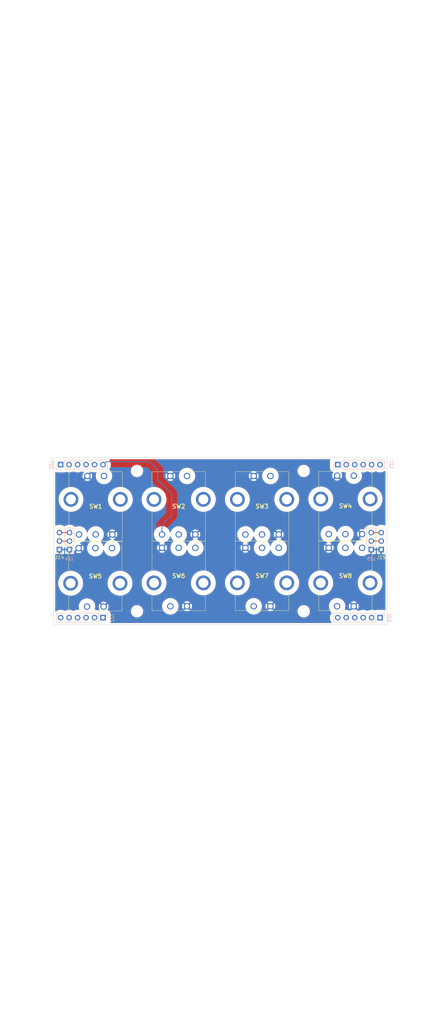
<source format=kicad_pcb>
(kicad_pcb (version 20221018) (generator pcbnew)
  (layers (0 "F.Cu" signal) (31 "B.Cu" signal) (34 "B.Paste" user) (35 "F.Paste" user) (36 "B.SilkS" user "B.Silkscreen") (37 "F.SilkS" user "F.Silkscreen") (38 "B.Mask" user) (39 "F.Mask" user) (44 "Edge.Cuts" user))
  (net 0 "")
  (net 1 "SW1")
  (net 2 "ENC1A")
  (net 3 "ENC1B")
  (net 4 "SW2")
  (net 5 "ENC2A")
  (net 6 "ENC2B")
  (net 7 "SW3")
  (net 8 "ENC3A")
  (net 9 "ENC3B")
  (net 10 "SW4")
  (net 11 "ENC4A")
  (net 12 "ENC4B")
  (net 13 "GND1")
  (net 14 "Net-(J15-Pin_2)")
  (net 15 "Net-(J15-Pin_3)")
  (net 16 "SW5")
  (net 17 "ENC5A")
  (net 18 "ENC5B")
  (net 19 "SW6")
  (net 20 "ENC6A")
  (net 21 "ENC6B")
  (net 22 "SW7")
  (net 23 "ENC7A")
  (net 24 "ENC7B")
  (net 25 "SW8")
  (net 26 "Net-(J14-Pin_2)")
  (net 27 "Net-(J14-Pin_3)")
  (net 28 "ENC8B")
  (net 29 "ENC8A")
  (footprint "MountingHole:MountingHole_3.2mm_M3" (layer "F.Cu") (at 175 184)
    (fp_text reference "H15" hide)
    (fp_text value "MountingHole" hide)
    (pad "" np_thru_hole circle (at 0 0) (size 3.2 3.2) (drill 3.2) (layers "*.Cu" "*.Mask"))
  )
  (footprint "MountingHole:MountingHole_3.2mm_M3" (layer "F.Cu") (at 175 226)
    (fp_text reference "H19" hide)
    (fp_text value "MountingHole" hide)
    (pad "" np_thru_hole circle (at 0 0) (size 3.2 3.2) (drill 3.2) (layers "*.Cu" "*.Mask"))
  )
  (footprint "ksir 2022:PEC164120FS0012" (layer "F.Cu") (at 192.5 207 180)
    (fp_text reference "SW8" (at 5 -8.4) (layer "F.SilkS") (effects (font (size 1.27 1.27) (thickness 0.254))))
    (fp_text value "PEC16-4XXXF-SXXXX" hide)
    (fp_line (start -3 -18.8) (end -3 -13.5) (stroke (width 0.1)) (layer "F.SilkS"))
    (fp_line (start -3 -7.5) (end -3 2) (stroke (width 0.1)) (layer "F.SilkS"))
    (fp_line (start -3 2) (end 13 2) (stroke (width 0.1)) (layer "F.SilkS"))
    (fp_line (start 0 2.4) (end 0 2.4) (stroke (width 0.1)) (layer "F.SilkS"))
    (fp_line (start 0 2.5) (end 0 2.5) (stroke (width 0.1)) (layer "F.SilkS"))
    (fp_line (start 13 -18.8) (end -3 -18.8) (stroke (width 0.1)) (layer "F.SilkS"))
    (fp_line (start 13 -13.5) (end 13 -18.8) (stroke (width 0.1)) (layer "F.SilkS"))
    (fp_line (start 13 2) (end 13 -7.5) (stroke (width 0.1)) (layer "F.SilkS"))
    (fp_arc (start 0 2.4) (mid 0.05 2.45) (end 0 2.5) (stroke (width 0.1)) (layer "F.SilkS"))
    (fp_arc (start 0 2.5) (mid -0.05 2.45) (end 0 2.4) (stroke (width 0.1)) (layer "F.SilkS"))
    (pad "A" thru_hole circle (at 0 0 180) (size 1.95 1.95) (drill 1.3) (layers "*.Cu" "*.Mask") (net 29 "ENC8A"))
    (pad "B" thru_hole circle (at 5 0 180) (size 1.95 1.95) (drill 1.3) (layers "*.Cu" "*.Mask") (net 28 "ENC8B"))
    (pad "C" thru_hole circle (at 10 0 180) (size 1.95 1.95) (drill 1.3) (layers "*.Cu" "*.Mask") (net 13 "GND1"))
    (pad "MH1" thru_hole circle (at -2.4 -10.5 180) (size 4.46 4.46) (drill 2.9732) (layers "*.Cu" "*.Mask"))
    (pad "MH2" thru_hole circle (at 12.4 -10.5 180) (size 4.46 4.46) (drill 2.9732) (layers "*.Cu" "*.Mask"))
    (pad "S1" thru_hole circle (at 2.5 -17.5 180) (size 1.95 1.95) (drill 1.3) (layers "*.Cu" "*.Mask") (net 13 "GND1"))
    (pad "S2" thru_hole circle (at 7.5 -17.5 180) (size 1.95 1.95) (drill 1.3) (layers "*.Cu" "*.Mask") (net 25 "SW8"))
  )
  (footprint "ksir 2022:PEC164120FS0012" (layer "F.Cu") (at 107.6 203)
    (fp_text reference "SW1" (at 5 -8.4) (layer "F.SilkS") (effects (font (size 1.27 1.27) (thickness 0.254))))
    (fp_text value "PEC16-4XXXF-SXXXX" hide)
    (fp_line (start -3 -18.8) (end -3 -13.5) (stroke (width 0.1)) (layer "F.SilkS"))
    (fp_line (start -3 -7.5) (end -3 2) (stroke (width 0.1)) (layer "F.SilkS"))
    (fp_line (start -3 2) (end 13 2) (stroke (width 0.1)) (layer "F.SilkS"))
    (fp_line (start 0 2.4) (end 0 2.4) (stroke (width 0.1)) (layer "F.SilkS"))
    (fp_line (start 0 2.5) (end 0 2.5) (stroke (width 0.1)) (layer "F.SilkS"))
    (fp_line (start 13 -18.8) (end -3 -18.8) (stroke (width 0.1)) (layer "F.SilkS"))
    (fp_line (start 13 -13.5) (end 13 -18.8) (stroke (width 0.1)) (layer "F.SilkS"))
    (fp_line (start 13 2) (end 13 -7.5) (stroke (width 0.1)) (layer "F.SilkS"))
    (fp_arc (start 0 2.4) (mid 0.05 2.45) (end 0 2.5) (stroke (width 0.1)) (layer "F.SilkS"))
    (fp_arc (start 0 2.5) (mid -0.05 2.45) (end 0 2.4) (stroke (width 0.1)) (layer "F.SilkS"))
    (pad "A" thru_hole circle (at 0 0) (size 1.95 1.95) (drill 1.3) (layers "*.Cu" "*.Mask") (net 2 "ENC1A"))
    (pad "B" thru_hole circle (at 5 0) (size 1.95 1.95) (drill 1.3) (layers "*.Cu" "*.Mask") (net 3 "ENC1B"))
    (pad "C" thru_hole circle (at 10 0) (size 1.95 1.95) (drill 1.3) (layers "*.Cu" "*.Mask") (net 13 "GND1"))
    (pad "MH1" thru_hole circle (at -2.4 -10.5) (size 4.46 4.46) (drill 2.9732) (layers "*.Cu" "*.Mask"))
    (pad "MH2" thru_hole circle (at 12.4 -10.5) (size 4.46 4.46) (drill 2.9732) (layers "*.Cu" "*.Mask"))
    (pad "S1" thru_hole circle (at 2.5 -17.5) (size 1.95 1.95) (drill 1.3) (layers "*.Cu" "*.Mask") (net 13 "GND1"))
    (pad "S2" thru_hole circle (at 7.5 -17.5) (size 1.95 1.95) (drill 1.3) (layers "*.Cu" "*.Mask") (net 1 "SW1"))
  )
  (footprint "MountingHole:MountingHole_3.2mm_M3" (layer "F.Cu") (at 125 184)
    (fp_text reference "H13" hide)
    (fp_text value "MountingHole" hide)
    (pad "" np_thru_hole circle (at 0 0) (size 3.2 3.2) (drill 3.2) (layers "*.Cu" "*.Mask"))
  )
  (footprint "ksir 2022:PEC164120FS0012" (layer "F.Cu") (at 182.5 202.9)
    (fp_text reference "SW4" (at 5 -8.4) (layer "F.SilkS") (effects (font (size 1.27 1.27) (thickness 0.254))))
    (fp_text value "PEC16-4XXXF-SXXXX" hide)
    (fp_line (start -3 -18.8) (end -3 -13.5) (stroke (width 0.1)) (layer "F.SilkS"))
    (fp_line (start -3 -7.5) (end -3 2) (stroke (width 0.1)) (layer "F.SilkS"))
    (fp_line (start -3 2) (end 13 2) (stroke (width 0.1)) (layer "F.SilkS"))
    (fp_line (start 0 2.4) (end 0 2.4) (stroke (width 0.1)) (layer "F.SilkS"))
    (fp_line (start 0 2.5) (end 0 2.5) (stroke (width 0.1)) (layer "F.SilkS"))
    (fp_line (start 13 -18.8) (end -3 -18.8) (stroke (width 0.1)) (layer "F.SilkS"))
    (fp_line (start 13 -13.5) (end 13 -18.8) (stroke (width 0.1)) (layer "F.SilkS"))
    (fp_line (start 13 2) (end 13 -7.5) (stroke (width 0.1)) (layer "F.SilkS"))
    (fp_arc (start 0 2.4) (mid 0.05 2.45) (end 0 2.5) (stroke (width 0.1)) (layer "F.SilkS"))
    (fp_arc (start 0 2.5) (mid -0.05 2.45) (end 0 2.4) (stroke (width 0.1)) (layer "F.SilkS"))
    (pad "A" thru_hole circle (at 0 0) (size 1.95 1.95) (drill 1.3) (layers "*.Cu" "*.Mask") (net 11 "ENC4A"))
    (pad "B" thru_hole circle (at 5 0) (size 1.95 1.95) (drill 1.3) (layers "*.Cu" "*.Mask") (net 12 "ENC4B"))
    (pad "C" thru_hole circle (at 10 0) (size 1.95 1.95) (drill 1.3) (layers "*.Cu" "*.Mask") (net 13 "GND1"))
    (pad "MH1" thru_hole circle (at -2.4 -10.5) (size 4.46 4.46) (drill 2.9732) (layers "*.Cu" "*.Mask"))
    (pad "MH2" thru_hole circle (at 12.4 -10.5) (size 4.46 4.46) (drill 2.9732) (layers "*.Cu" "*.Mask"))
    (pad "S1" thru_hole circle (at 2.5 -17.5) (size 1.95 1.95) (drill 1.3) (layers "*.Cu" "*.Mask") (net 13 "GND1"))
    (pad "S2" thru_hole circle (at 7.5 -17.5) (size 1.95 1.95) (drill 1.3) (layers "*.Cu" "*.Mask") (net 10 "SW4"))
  )
  (footprint "ksir 2022:PEC164120FS0012" (layer "F.Cu") (at 117.5 207.1 180)
    (fp_text reference "SW5" (at 5 -8.4) (layer "F.SilkS") (effects (font (size 1.27 1.27) (thickness 0.254))))
    (fp_text value "PEC16-4XXXF-SXXXX" hide)
    (fp_line (start -3 -18.8) (end -3 -13.5) (stroke (width 0.1)) (layer "F.SilkS"))
    (fp_line (start -3 -7.5) (end -3 2) (stroke (width 0.1)) (layer "F.SilkS"))
    (fp_line (start -3 2) (end 13 2) (stroke (width 0.1)) (layer "F.SilkS"))
    (fp_line (start 0 2.4) (end 0 2.4) (stroke (width 0.1)) (layer "F.SilkS"))
    (fp_line (start 0 2.5) (end 0 2.5) (stroke (width 0.1)) (layer "F.SilkS"))
    (fp_line (start 13 -18.8) (end -3 -18.8) (stroke (width 0.1)) (layer "F.SilkS"))
    (fp_line (start 13 -13.5) (end 13 -18.8) (stroke (width 0.1)) (layer "F.SilkS"))
    (fp_line (start 13 2) (end 13 -7.5) (stroke (width 0.1)) (layer "F.SilkS"))
    (fp_arc (start 0 2.4) (mid 0.05 2.45) (end 0 2.5) (stroke (width 0.1)) (layer "F.SilkS"))
    (fp_arc (start 0 2.5) (mid -0.05 2.45) (end 0 2.4) (stroke (width 0.1)) (layer "F.SilkS"))
    (pad "A" thru_hole circle (at 0 0 180) (size 1.95 1.95) (drill 1.3) (layers "*.Cu" "*.Mask") (net 17 "ENC5A"))
    (pad "B" thru_hole circle (at 5 0 180) (size 1.95 1.95) (drill 1.3) (layers "*.Cu" "*.Mask") (net 18 "ENC5B"))
    (pad "C" thru_hole circle (at 10 0 180) (size 1.95 1.95) (drill 1.3) (layers "*.Cu" "*.Mask") (net 13 "GND1"))
    (pad "MH1" thru_hole circle (at -2.4 -10.5 180) (size 4.46 4.46) (drill 2.9732) (layers "*.Cu" "*.Mask"))
    (pad "MH2" thru_hole circle (at 12.4 -10.5 180) (size 4.46 4.46) (drill 2.9732) (layers "*.Cu" "*.Mask"))
    (pad "S1" thru_hole circle (at 2.5 -17.5 180) (size 1.95 1.95) (drill 1.3) (layers "*.Cu" "*.Mask") (net 13 "GND1"))
    (pad "S2" thru_hole circle (at 7.5 -17.5 180) (size 1.95 1.95) (drill 1.3) (layers "*.Cu" "*.Mask") (net 16 "SW5"))
  )
  (footprint "ksir 2022:PEC164120FS0012" (layer "F.Cu") (at 132.5 203)
    (fp_text reference "SW2" (at 5 -8.4) (layer "F.SilkS") (effects (font (size 1.27 1.27) (thickness 0.254))))
    (fp_text value "PEC16-4XXXF-SXXXX" hide)
    (fp_line (start -3 -18.8) (end -3 -13.5) (stroke (width 0.1)) (layer "F.SilkS"))
    (fp_line (start -3 -7.5) (end -3 2) (stroke (width 0.1)) (layer "F.SilkS"))
    (fp_line (start -3 2) (end 13 2) (stroke (width 0.1)) (layer "F.SilkS"))
    (fp_line (start 0 2.4) (end 0 2.4) (stroke (width 0.1)) (layer "F.SilkS"))
    (fp_line (start 0 2.5) (end 0 2.5) (stroke (width 0.1)) (layer "F.SilkS"))
    (fp_line (start 13 -18.8) (end -3 -18.8) (stroke (width 0.1)) (layer "F.SilkS"))
    (fp_line (start 13 -13.5) (end 13 -18.8) (stroke (width 0.1)) (layer "F.SilkS"))
    (fp_line (start 13 2) (end 13 -7.5) (stroke (width 0.1)) (layer "F.SilkS"))
    (fp_arc (start 0 2.4) (mid 0.05 2.45) (end 0 2.5) (stroke (width 0.1)) (layer "F.SilkS"))
    (fp_arc (start 0 2.5) (mid -0.05 2.45) (end 0 2.4) (stroke (width 0.1)) (layer "F.SilkS"))
    (pad "A" thru_hole circle (at 0 0) (size 1.95 1.95) (drill 1.3) (layers "*.Cu" "*.Mask") (net 5 "ENC2A"))
    (pad "B" thru_hole circle (at 5 0) (size 1.95 1.95) (drill 1.3) (layers "*.Cu" "*.Mask") (net 6 "ENC2B"))
    (pad "C" thru_hole circle (at 10 0) (size 1.95 1.95) (drill 1.3) (layers "*.Cu" "*.Mask") (net 13 "GND1"))
    (pad "MH1" thru_hole circle (at -2.4 -10.5) (size 4.46 4.46) (drill 2.9732) (layers "*.Cu" "*.Mask"))
    (pad "MH2" thru_hole circle (at 12.4 -10.5) (size 4.46 4.46) (drill 2.9732) (layers "*.Cu" "*.Mask"))
    (pad "S1" thru_hole circle (at 2.5 -17.5) (size 1.95 1.95) (drill 1.3) (layers "*.Cu" "*.Mask") (net 13 "GND1"))
    (pad "S2" thru_hole circle (at 7.5 -17.5) (size 1.95 1.95) (drill 1.3) (layers "*.Cu" "*.Mask") (net 4 "SW2"))
  )
  (footprint "ksir 2022:PEC164120FS0012" (layer "F.Cu") (at 157.5 203)
    (fp_text reference "SW3" (at 5 -8.4) (layer "F.SilkS") (effects (font (size 1.27 1.27) (thickness 0.254))))
    (fp_text value "PEC16-4XXXF-SXXXX" hide)
    (fp_line (start -3 -18.8) (end -3 -13.5) (stroke (width 0.1)) (layer "F.SilkS"))
    (fp_line (start -3 -7.5) (end -3 2) (stroke (width 0.1)) (layer "F.SilkS"))
    (fp_line (start -3 2) (end 13 2) (stroke (width 0.1)) (layer "F.SilkS"))
    (fp_line (start 0 2.4) (end 0 2.4) (stroke (width 0.1)) (layer "F.SilkS"))
    (fp_line (start 0 2.5) (end 0 2.5) (stroke (width 0.1)) (layer "F.SilkS"))
    (fp_line (start 13 -18.8) (end -3 -18.8) (stroke (width 0.1)) (layer "F.SilkS"))
    (fp_line (start 13 -13.5) (end 13 -18.8) (stroke (width 0.1)) (layer "F.SilkS"))
    (fp_line (start 13 2) (end 13 -7.5) (stroke (width 0.1)) (layer "F.SilkS"))
    (fp_arc (start 0 2.4) (mid 0.05 2.45) (end 0 2.5) (stroke (width 0.1)) (layer "F.SilkS"))
    (fp_arc (start 0 2.5) (mid -0.05 2.45) (end 0 2.4) (stroke (width 0.1)) (layer "F.SilkS"))
    (pad "A" thru_hole circle (at 0 0) (size 1.95 1.95) (drill 1.3) (layers "*.Cu" "*.Mask") (net 8 "ENC3A"))
    (pad "B" thru_hole circle (at 5 0) (size 1.95 1.95) (drill 1.3) (layers "*.Cu" "*.Mask") (net 9 "ENC3B"))
    (pad "C" thru_hole circle (at 10 0) (size 1.95 1.95) (drill 1.3) (layers "*.Cu" "*.Mask") (net 13 "GND1"))
    (pad "MH1" thru_hole circle (at -2.4 -10.5) (size 4.46 4.46) (drill 2.9732) (layers "*.Cu" "*.Mask"))
    (pad "MH2" thru_hole circle (at 12.4 -10.5) (size 4.46 4.46) (drill 2.9732) (layers "*.Cu" "*.Mask"))
    (pad "S1" thru_hole circle (at 2.5 -17.5) (size 1.95 1.95) (drill 1.3) (layers "*.Cu" "*.Mask") (net 13 "GND1"))
    (pad "S2" thru_hole circle (at 7.5 -17.5) (size 1.95 1.95) (drill 1.3) (layers "*.Cu" "*.Mask") (net 7 "SW3"))
  )
  (footprint "Connector_PinHeader_2.54mm:PinHeader_1x03_P2.54mm_Vertical" (layer "F.Cu") (at 101.75 207.525 180)
    (fp_text reference "J14" (at 0 -2.33) (layer "F.SilkS"))
    (fp_text value "Conn_01x06_Pin")
    (fp_line (start -1.33 -1.33) (end 0 -1.33) (stroke (width 0.12)) (layer "F.SilkS"))
    (fp_line (start -1.33 0) (end -1.33 -1.33) (stroke (width 0.12)) (layer "F.SilkS"))
    (fp_line (start -1.33 1.27) (end -1.33 6.41) (stroke (width 0.12)) (layer "F.SilkS"))
    (fp_line (start -1.33 1.27) (end 1.33 1.27) (stroke (width 0.12)) (layer "F.SilkS"))
    (fp_line (start -1.33 6.41) (end 1.33 6.41) (stroke (width 0.12)) (layer "F.SilkS"))
    (fp_line (start 1.33 1.27) (end 1.33 6.41) (stroke (width 0.12)) (layer "F.SilkS"))
    (pad "1" thru_hole rect (at 0 0 180) (size 1.7 1.7) (drill 1) (layers "*.Cu" "*.Mask") (net 13 "GND1"))
    (pad "2" thru_hole oval (at 0 2.54 180) (size 1.7 1.7) (drill 1) (layers "*.Cu" "*.Mask") (net 26 "Net-(J14-Pin_2)"))
    (pad "3" thru_hole oval (at 0 5.08 180) (size 1.7 1.7) (drill 1) (layers "*.Cu" "*.Mask") (net 27 "Net-(J14-Pin_3)"))
  )
  (footprint "Connector_PinHeader_2.54mm:PinHeader_1x03_P2.54mm_Vertical" (layer "F.Cu") (at 198.25 207.525 180)
    (fp_text reference "J15" (at 0 -2.33) (layer "F.SilkS"))
    (fp_text value "Conn_01x06_Pin")
    (fp_line (start -1.33 -1.33) (end 0 -1.33) (stroke (width 0.12)) (layer "F.SilkS"))
    (fp_line (start -1.33 0) (end -1.33 -1.33) (stroke (width 0.12)) (layer "F.SilkS"))
    (fp_line (start -1.33 1.27) (end -1.33 6.41) (stroke (width 0.12)) (layer "F.SilkS"))
    (fp_line (start -1.33 1.27) (end 1.33 1.27) (stroke (width 0.12)) (layer "F.SilkS"))
    (fp_line (start -1.33 6.41) (end 1.33 6.41) (stroke (width 0.12)) (layer "F.SilkS"))
    (fp_line (start 1.33 1.27) (end 1.33 6.41) (stroke (width 0.12)) (layer "F.SilkS"))
    (pad "1" thru_hole rect (at 0 0 180) (size 1.7 1.7) (drill 1) (layers "*.Cu" "*.Mask") (net 13 "GND1"))
    (pad "2" thru_hole oval (at 0 2.54 180) (size 1.7 1.7) (drill 1) (layers "*.Cu" "*.Mask") (net 14 "Net-(J15-Pin_2)"))
    (pad "3" thru_hole oval (at 0 5.08 180) (size 1.7 1.7) (drill 1) (layers "*.Cu" "*.Mask") (net 15 "Net-(J15-Pin_3)"))
  )
  (footprint "ksir 2022:PEC164120FS0012" (layer "F.Cu") (at 142.5 207 180)
    (fp_text reference "SW6" (at 5 -8.4) (layer "F.SilkS") (effects (font (size 1.27 1.27) (thickness 0.254))))
    (fp_text value "PEC16-4XXXF-SXXXX" hide)
    (fp_line (start -3 -18.8) (end -3 -13.5) (stroke (width 0.1)) (layer "F.SilkS"))
    (fp_line (start -3 -7.5) (end -3 2) (stroke (width 0.1)) (layer "F.SilkS"))
    (fp_line (start -3 2) (end 13 2) (stroke (width 0.1)) (layer "F.SilkS"))
    (fp_line (start 0 2.4) (end 0 2.4) (stroke (width 0.1)) (layer "F.SilkS"))
    (fp_line (start 0 2.5) (end 0 2.5) (stroke (width 0.1)) (layer "F.SilkS"))
    (fp_line (start 13 -18.8) (end -3 -18.8) (stroke (width 0.1)) (layer "F.SilkS"))
    (fp_line (start 13 -13.5) (end 13 -18.8) (stroke (width 0.1)) (layer "F.SilkS"))
    (fp_line (start 13 2) (end 13 -7.5) (stroke (width 0.1)) (layer "F.SilkS"))
    (fp_arc (start 0 2.4) (mid 0.05 2.45) (end 0 2.5) (stroke (width 0.1)) (layer "F.SilkS"))
    (fp_arc (start 0 2.5) (mid -0.05 2.45) (end 0 2.4) (stroke (width 0.1)) (layer "F.SilkS"))
    (pad "A" thru_hole circle (at 0 0 180) (size 1.95 1.95) (drill 1.3) (layers "*.Cu" "*.Mask") (net 20 "ENC6A"))
    (pad "B" thru_hole circle (at 5 0 180) (size 1.95 1.95) (drill 1.3) (layers "*.Cu" "*.Mask") (net 21 "ENC6B"))
    (pad "C" thru_hole circle (at 10 0 180) (size 1.95 1.95) (drill 1.3) (layers "*.Cu" "*.Mask") (net 13 "GND1"))
    (pad "MH1" thru_hole circle (at -2.4 -10.5 180) (size 4.46 4.46) (drill 2.9732) (layers "*.Cu" "*.Mask"))
    (pad "MH2" thru_hole circle (at 12.4 -10.5 180) (size 4.46 4.46) (drill 2.9732) (layers "*.Cu" "*.Mask"))
    (pad "S1" thru_hole circle (at 2.5 -17.5 180) (size 1.95 1.95) (drill 1.3) (layers "*.Cu" "*.Mask") (net 13 "GND1"))
    (pad "S2" thru_hole circle (at 7.5 -17.5 180) (size 1.95 1.95) (drill 1.3) (layers "*.Cu" "*.Mask") (net 19 "SW6"))
  )
  (footprint "ksir 2022:PEC164120FS0012" (layer "F.Cu") (at 167.5 207 180)
    (fp_text reference "SW7" (at 5 -8.4) (layer "F.SilkS") (effects (font (size 1.27 1.27) (thickness 0.254))))
    (fp_text value "PEC16-4XXXF-SXXXX" hide)
    (fp_line (start -3 -18.8) (end -3 -13.5) (stroke (width 0.1)) (layer "F.SilkS"))
    (fp_line (start -3 -7.5) (end -3 2) (stroke (width 0.1)) (layer "F.SilkS"))
    (fp_line (start -3 2) (end 13 2) (stroke (width 0.1)) (layer "F.SilkS"))
    (fp_line (start 0 2.4) (end 0 2.4) (stroke (width 0.1)) (layer "F.SilkS"))
    (fp_line (start 0 2.5) (end 0 2.5) (stroke (width 0.1)) (layer "F.SilkS"))
    (fp_line (start 13 -18.8) (end -3 -18.8) (stroke (width 0.1)) (layer "F.SilkS"))
    (fp_line (start 13 -13.5) (end 13 -18.8) (stroke (width 0.1)) (layer "F.SilkS"))
    (fp_line (start 13 2) (end 13 -7.5) (stroke (width 0.1)) (layer "F.SilkS"))
    (fp_arc (start 0 2.4) (mid 0.05 2.45) (end 0 2.5) (stroke (width 0.1)) (layer "F.SilkS"))
    (fp_arc (start 0 2.5) (mid -0.05 2.45) (end 0 2.4) (stroke (width 0.1)) (layer "F.SilkS"))
    (pad "A" thru_hole circle (at 0 0 180) (size 1.95 1.95) (drill 1.3) (layers "*.Cu" "*.Mask") (net 23 "ENC7A"))
    (pad "B" thru_hole circle (at 5 0 180) (size 1.95 1.95) (drill 1.3) (layers "*.Cu" "*.Mask") (net 24 "ENC7B"))
    (pad "C" thru_hole circle (at 10 0 180) (size 1.95 1.95) (drill 1.3) (layers "*.Cu" "*.Mask") (net 13 "GND1"))
    (pad "MH1" thru_hole circle (at -2.4 -10.5 180) (size 4.46 4.46) (drill 2.9732) (layers "*.Cu" "*.Mask"))
    (pad "MH2" thru_hole circle (at 12.4 -10.5 180) (size 4.46 4.46) (drill 2.9732) (layers "*.Cu" "*.Mask"))
    (pad "S1" thru_hole circle (at 2.5 -17.5 180) (size 1.95 1.95) (drill 1.3) (layers "*.Cu" "*.Mask") (net 13 "GND1"))
    (pad "S2" thru_hole circle (at 7.5 -17.5 180) (size 1.95 1.95) (drill 1.3) (layers "*.Cu" "*.Mask") (net 22 "SW7"))
  )
  (footprint "MountingHole:MountingHole_3.2mm_M3" (layer "F.Cu") (at 125 226)
    (fp_text reference "H17" hide)
    (fp_text value "MountingHole" hide)
    (pad "" np_thru_hole circle (at 0 0) (size 3.2 3.2) (drill 3.2) (layers "*.Cu" "*.Mask"))
  )
  (footprint "Connector_PinSocket_2.54mm:PinSocket_1x03_P2.54mm_Vertical" (layer "B.Cu") (at 195.25 207.525)
    (fp_text reference "J25" (at 0 2.77) (layer "B.SilkS") (effects (justify mirror)))
    (fp_text value "Conn_01x06_Socket")
    (fp_line (start -1.33 -6.41) (end 1.33 -6.41) (stroke (width 0.12)) (layer "B.SilkS"))
    (fp_line (start -1.33 -1.27) (end -1.33 -6.41) (stroke (width 0.12)) (layer "B.SilkS"))
    (fp_line (start -1.33 -1.27) (end 1.33 -1.27) (stroke (width 0.12)) (layer "B.SilkS"))
    (fp_line (start 0 1.33) (end 1.33 1.33) (stroke (width 0.12)) (layer "B.SilkS"))
    (fp_line (start 1.33 -1.27) (end 1.33 -6.41) (stroke (width 0.12)) (layer "B.SilkS"))
    (fp_line (start 1.33 1.33) (end 1.33 0) (stroke (width 0.12)) (layer "B.SilkS"))
    (pad "1" thru_hole rect (at 0 0) (size 1.7 1.7) (drill 1) (layers "*.Cu" "*.Mask") (net 13 "GND1"))
    (pad "2" thru_hole oval (at 0 -2.54) (size 1.7 1.7) (drill 1) (layers "*.Cu" "*.Mask") (net 14 "Net-(J15-Pin_2)"))
    (pad "3" thru_hole oval (at 0 -5.08) (size 1.7 1.7) (drill 1) (layers "*.Cu" "*.Mask") (net 15 "Net-(J15-Pin_3)"))
  )
  (footprint "Connector_PinSocket_2.54mm:PinSocket_1x03_P2.54mm_Vertical" (layer "B.Cu") (at 104.75 207.52)
    (fp_text reference "J24" (at 0 2.77) (layer "B.SilkS") (effects (justify mirror)))
    (fp_text value "Conn_01x06_Socket")
    (fp_line (start -1.33 -6.41) (end 1.33 -6.41) (stroke (width 0.12)) (layer "B.SilkS"))
    (fp_line (start -1.33 -1.27) (end -1.33 -6.41) (stroke (width 0.12)) (layer "B.SilkS"))
    (fp_line (start -1.33 -1.27) (end 1.33 -1.27) (stroke (width 0.12)) (layer "B.SilkS"))
    (fp_line (start 0 1.33) (end 1.33 1.33) (stroke (width 0.12)) (layer "B.SilkS"))
    (fp_line (start 1.33 -1.27) (end 1.33 -6.41) (stroke (width 0.12)) (layer "B.SilkS"))
    (fp_line (start 1.33 1.33) (end 1.33 0) (stroke (width 0.12)) (layer "B.SilkS"))
    (pad "1" thru_hole rect (at 0 0) (size 1.7 1.7) (drill 1) (layers "*.Cu" "*.Mask") (net 13 "GND1"))
    (pad "2" thru_hole oval (at 0 -2.54) (size 1.7 1.7) (drill 1) (layers "*.Cu" "*.Mask") (net 26 "Net-(J14-Pin_2)"))
    (pad "3" thru_hole oval (at 0 -5.08) (size 1.7 1.7) (drill 1) (layers "*.Cu" "*.Mask") (net 27 "Net-(J14-Pin_3)"))
  )
  (footprint "Connector_PinSocket_2.54mm:PinSocket_1x06_P2.54mm_Vertical" (layer "B.Cu") (at 197.9 227.9 90)
    (fp_text reference "J23" (at 0 2.77 90) (layer "B.SilkS") (effects (justify mirror)))
    (fp_text value "Conn_01x06_Socket" hide)
    (fp_line (start -1.33 -14.03) (end 1.33 -14.03) (stroke (width 0.12)) (layer "B.SilkS"))
    (fp_line (start -1.33 -1.27) (end -1.33 -14.03) (stroke (width 0.12)) (layer "B.SilkS"))
    (fp_line (start -1.33 -1.27) (end 1.33 -1.27) (stroke (width 0.12)) (layer "B.SilkS"))
    (fp_line (start 0 1.33) (end 1.33 1.33) (stroke (width 0.12)) (layer "B.SilkS"))
    (fp_line (start 1.33 -1.27) (end 1.33 -14.03) (stroke (width 0.12)) (layer "B.SilkS"))
    (fp_line (start 1.33 1.33) (end 1.33 0) (stroke (width 0.12)) (layer "B.SilkS"))
    (pad "1" thru_hole rect (at 0 0 90) (size 1.7 1.7) (drill 1) (layers "*.Cu" "*.Mask") (net 22 "SW7"))
    (pad "2" thru_hole oval (at 0 -2.54 90) (size 1.7 1.7) (drill 1) (layers "*.Cu" "*.Mask") (net 25 "SW8"))
    (pad "3" thru_hole oval (at 0 -5.08 90) (size 1.7 1.7) (drill 1) (layers "*.Cu" "*.Mask") (net 24 "ENC7B"))
    (pad "4" thru_hole oval (at 0 -7.62 90) (size 1.7 1.7) (drill 1) (layers "*.Cu" "*.Mask") (net 23 "ENC7A"))
    (pad "5" thru_hole oval (at 0 -10.16 90) (size 1.7 1.7) (drill 1) (layers "*.Cu" "*.Mask") (net 28 "ENC8B"))
    (pad "6" thru_hole oval (at 0 -12.7 90) (size 1.7 1.7) (drill 1) (layers "*.Cu" "*.Mask") (net 29 "ENC8A"))
  )
  (footprint "Connector_PinSocket_2.54mm:PinSocket_1x06_P2.54mm_Vertical" (layer "B.Cu") (at 185.2 182.1 -90)
    (fp_text reference "J21" (at 0 -16 90) (layer "B.SilkS") (effects (justify mirror)))
    (fp_text value "Conn_01x06_Socket" hide)
    (fp_line (start -1.33 -14.03) (end 1.33 -14.03) (stroke (width 0.12)) (layer "B.SilkS"))
    (fp_line (start -1.33 -1.27) (end -1.33 -14.03) (stroke (width 0.12)) (layer "B.SilkS"))
    (fp_line (start -1.33 -1.27) (end 1.33 -1.27) (stroke (width 0.12)) (layer "B.SilkS"))
    (fp_line (start 0 1.33) (end 1.33 1.33) (stroke (width 0.12)) (layer "B.SilkS"))
    (fp_line (start 1.33 -1.27) (end 1.33 -14.03) (stroke (width 0.12)) (layer "B.SilkS"))
    (fp_line (start 1.33 1.33) (end 1.33 0) (stroke (width 0.12)) (layer "B.SilkS"))
    (pad "1" thru_hole rect (at 0 0 270) (size 1.7 1.7) (drill 1) (layers "*.Cu" "*.Mask") (net 9 "ENC3B"))
    (pad "2" thru_hole oval (at 0 -2.54 270) (size 1.7 1.7) (drill 1) (layers "*.Cu" "*.Mask") (net 8 "ENC3A"))
    (pad "3" thru_hole oval (at 0 -5.08 270) (size 1.7 1.7) (drill 1) (layers "*.Cu" "*.Mask") (net 12 "ENC4B"))
    (pad "4" thru_hole oval (at 0 -7.62 270) (size 1.7 1.7) (drill 1) (layers "*.Cu" "*.Mask") (net 11 "ENC4A"))
    (pad "5" thru_hole oval (at 0 -10.16 270) (size 1.7 1.7) (drill 1) (layers "*.Cu" "*.Mask") (net 7 "SW3"))
    (pad "6" thru_hole oval (at 0 -12.7 270) (size 1.7 1.7) (drill 1) (layers "*.Cu" "*.Mask") (net 10 "SW4"))
  )
  (footprint "Connector_PinSocket_2.54mm:PinSocket_1x06_P2.54mm_Vertical" (layer "B.Cu") (at 102.1 182.1 -90)
    (fp_text reference "J20" (at 0 2.77 90) (layer "B.SilkS") (effects (justify mirror)))
    (fp_text value "Conn_01x06_Socket" hide)
    (fp_line (start -1.33 -14.03) (end 1.33 -14.03) (stroke (width 0.12)) (layer "B.SilkS"))
    (fp_line (start -1.33 -1.27) (end -1.33 -14.03) (stroke (width 0.12)) (layer "B.SilkS"))
    (fp_line (start -1.33 -1.27) (end 1.33 -1.27) (stroke (width 0.12)) (layer "B.SilkS"))
    (fp_line (start 0 1.33) (end 1.33 1.33) (stroke (width 0.12)) (layer "B.SilkS"))
    (fp_line (start 1.33 -1.27) (end 1.33 -14.03) (stroke (width 0.12)) (layer "B.SilkS"))
    (fp_line (start 1.33 1.33) (end 1.33 0) (stroke (width 0.12)) (layer "B.SilkS"))
    (pad "1" thru_hole rect (at 0 0 270) (size 1.7 1.7) (drill 1) (layers "*.Cu" "*.Mask") (net 1 "SW1"))
    (pad "2" thru_hole oval (at 0 -2.54 270) (size 1.7 1.7) (drill 1) (layers "*.Cu" "*.Mask") (net 4 "SW2"))
    (pad "3" thru_hole oval (at 0 -5.08 270) (size 1.7 1.7) (drill 1) (layers "*.Cu" "*.Mask") (net 3 "ENC1B"))
    (pad "4" thru_hole oval (at 0 -7.62 270) (size 1.7 1.7) (drill 1) (layers "*.Cu" "*.Mask") (net 2 "ENC1A"))
    (pad "5" thru_hole oval (at 0 -10.16 270) (size 1.7 1.7) (drill 1) (layers "*.Cu" "*.Mask") (net 6 "ENC2B"))
    (pad "6" thru_hole oval (at 0 -12.7 270) (size 1.7 1.7) (drill 1) (layers "*.Cu" "*.Mask") (net 5 "ENC2A"))
  )
  (footprint "Connector_PinSocket_2.54mm:PinSocket_1x06_P2.54mm_Vertical" (layer "B.Cu") (at 114.8 227.9 90)
    (fp_text reference "J22" (at 0 2.77 90) (layer "B.SilkS") (effects (justify mirror)))
    (fp_text value "Conn_01x06_Socket" hide)
    (fp_line (start -1.33 -14.03) (end 1.33 -14.03) (stroke (width 0.12)) (layer "B.SilkS"))
    (fp_line (start -1.33 -1.27) (end -1.33 -14.03) (stroke (width 0.12)) (layer "B.SilkS"))
    (fp_line (start -1.33 -1.27) (end 1.33 -1.27) (stroke (width 0.12)) (layer "B.SilkS"))
    (fp_line (start 0 1.33) (end 1.33 1.33) (stroke (width 0.12)) (layer "B.SilkS"))
    (fp_line (start 1.33 -1.27) (end 1.33 -14.03) (stroke (width 0.12)) (layer "B.SilkS"))
    (fp_line (start 1.33 1.33) (end 1.33 0) (stroke (width 0.12)) (layer "B.SilkS"))
    (pad "1" thru_hole rect (at 0 0 90) (size 1.7 1.7) (drill 1) (layers "*.Cu" "*.Mask") (net 18 "ENC5B"))
    (pad "2" thru_hole oval (at 0 -2.54 90) (size 1.7 1.7) (drill 1) (layers "*.Cu" "*.Mask") (net 17 "ENC5A"))
    (pad "3" thru_hole oval (at 0 -5.08 90) (size 1.7 1.7) (drill 1) (layers "*.Cu" "*.Mask") (net 21 "ENC6B"))
    (pad "4" thru_hole oval (at 0 -7.62 90) (size 1.7 1.7) (drill 1) (layers "*.Cu" "*.Mask") (net 20 "ENC6A"))
    (pad "5" thru_hole oval (at 0 -10.16 90) (size 1.7 1.7) (drill 1) (layers "*.Cu" "*.Mask") (net 16 "SW5"))
    (pad "6" thru_hole oval (at 0 -12.7 90) (size 1.7 1.7) (drill 1) (layers "*.Cu" "*.Mask") (net 19 "SW6"))
  )
  (gr_poly (pts (xy 200 230) (xy 100 230) (xy 100 180) (xy 200 180)) (stroke (width 0.1)) (fill none) (layer "Edge.Cuts"))
  (segment (start 132.5 200.19) (end 132.5 203) (width 0.25) (layer "B.Cu") (net 5))
  (segment (start 114.8 182.1) (end 115.65 181.25) (width 0.25) (layer "B.Cu") (net 5))
  (segment (start 128.78 181.25) (end 131.24 183.71) (width 0.25) (layer "B.Cu") (net 5))
  (segment (start 131.24 186.65) (end 135.38 190.79) (width 0.25) (layer "B.Cu") (net 5))
  (segment (start 115.65 181.25) (end 128.78 181.25) (width 0.25) (layer "B.Cu") (net 5))
  (segment (start 135.38 190.79) (end 135.38 197.31) (width 0.25) (layer "B.Cu") (net 5))
  (segment (start 131.24 183.71) (end 131.24 186.65) (width 0.25) (layer "B.Cu") (net 5))
  (segment (start 135.38 197.31) (end 132.5 200.19) (width 0.25) (layer "B.Cu") (net 5))
  (segment (start 198.25 204.985) (end 195.25 204.985) (width 0.25) (layer "F.Cu") (net 14))
  (segment (start 195.25 202.445) (end 198.25 202.445) (width 0.25) (layer "F.Cu") (net 15))
  (segment (start 104.745 204.985) (end 104.75 204.98) (width 0.25) (layer "F.Cu") (net 26))
  (segment (start 101.75 204.985) (end 104.745 204.985) (width 0.25) (layer "F.Cu") (net 26))
  (segment (start 104.745 202.445) (end 104.75 202.44) (width 0.25) (layer "F.Cu") (net 27))
  (segment (start 101.75 202.445) (end 104.745 202.445) (width 0.25) (layer "F.Cu") (net 27))
  (zone (net 13) (net_name "GND1") (layers "F&B.Cu") (connect_pads (clearance 1.5)) (min_thickness 0.254) (fill yes (thermal_gap 0.508) (thermal_bridge_width 0.508))
    (polygon (pts (xy 199.5 229.5) (xy 100.5 229.5) (xy 100.5 180.5) (xy 199.5 180.5)))
  )
)
</source>
